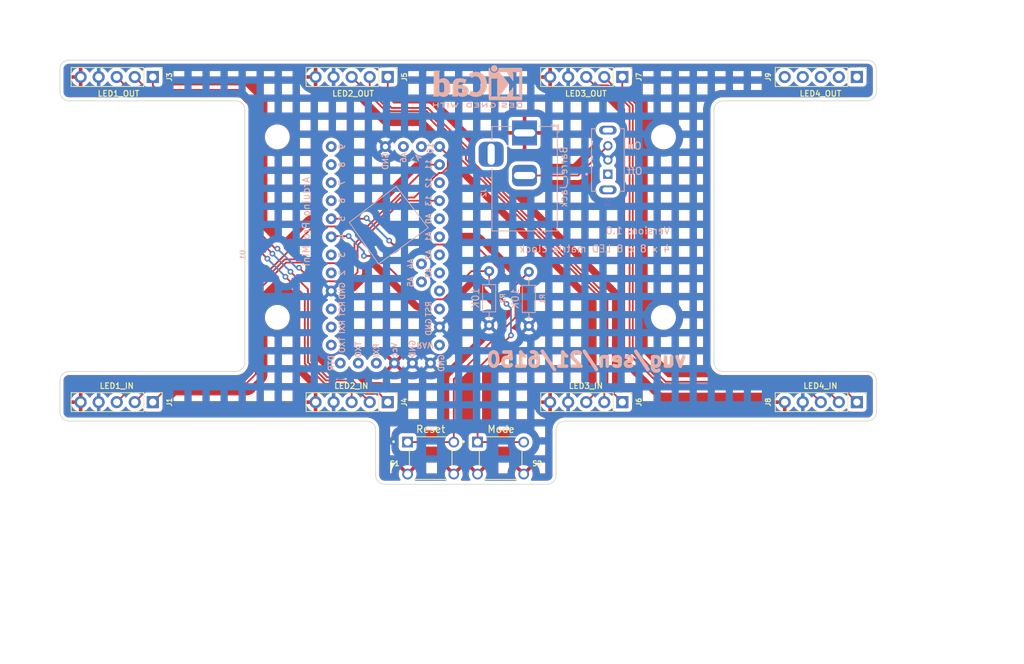
<source format=kicad_pcb>
(kicad_pcb (version 20241229) (generator "pcbnew") (generator_version "9.0")
  (layers (0 "F.Cu" mixed) (2 "B.Cu" mixed) (13 "F.Paste" user) (15 "B.Paste" user) (5 "F.SilkS" user "F.Silkscreen") (7 "B.SilkS" user "B.Silkscreen") (1 "F.Mask" user) (3 "B.Mask" user) (25 "Edge.Cuts" user))
  (property "design_version" "1.0")
  (net 0 "")
  (net 1 "/CS0")
  (net 2 "/DIN0")
  (net 3 "/CLK0")
  (net 4 "GND")
  (net 5 "/Vcc")
  (net 6 "Net-(J2-Pad2)")
  (net 7 "/CS1")
  (net 8 "/DIN1")
  (net 9 "/CLK1")
  (net 10 "/CS2")
  (net 11 "/DIN2")
  (net 12 "/CLK2")
  (net 13 "/CS3")
  (net 14 "/DIN3")
  (net 15 "/CLK3")
  (net 21 "/TIMER_RESET")
  (net 22 "/MODE_SELECT")
  (footprint "1825967-1:SW_1825967-1" (layer "F.Cu") (at 137.608 106.172)
    (property "Reference" "S2" (at 5.14 0.762 0) (layer "F.SilkS") (effects (font (size 0.7 0.7))))
    (property "Value" "1825967-1" (hide yes))
    (pad "1" thru_hole rect (at -3.25 -2.25) (size 1.508 1.508) (drill 1) (layers "*.Cu" "*.Mask") (net 22 "/MODE_SELECT"))
    (pad "2" thru_hole circle (at 3.25 -2.25) (size 1.508 1.508) (drill 1) (layers "*.Cu" "*.Mask") (net 22 "/MODE_SELECT"))
    (pad "3" thru_hole circle (at -3.25 2.25) (size 1.508 1.508) (drill 1) (layers "*.Cu" "*.Mask") (net 5 "/Vcc"))
    (pad "4" thru_hole circle (at 3.25 2.25) (size 1.508 1.508) (drill 1) (layers "*.Cu" "*.Mask") (net 5 "/Vcc"))
  )
  (footprint "MountingHole:MountingHole_2.5mm" (layer "F.Cu") (at 160.528 60.96)
    (property "Reference" "H3" (hide yes))
    (property "Value" "MountingHole" (hide yes))
    (pad "" np_thru_hole circle (at 0 0) (size 2.5 2.5) (drill 2.5) (layers "*.Cu" "*.Mask"))
  )
  (footprint "Connector_PinHeader_2.54mm:PinHeader_1x05_P2.54mm_Vertical" (layer "F.Cu") (at 88.646 98.298 -90)
    (property "Reference" "J1" (at 0 -2.33 90) (layer "F.SilkS") (effects (font (size 0.7 0.7))))
    (property "Value" "LED1_IN" (at -2.286 5.08 0) (layer "F.SilkS") (effects (font (size 0.8 0.8))))
    (pad "1" thru_hole rect (at 0 0 270) (size 1.7 1.7) (drill 1) (layers "*.Cu" "*.Mask") (net 1 "/CS0"))
    (pad "2" thru_hole oval (at 0 2.54 270) (size 1.7 1.7) (drill 1) (layers "*.Cu" "*.Mask") (net 2 "/DIN0"))
    (pad "3" thru_hole oval (at 0 5.08 270) (size 1.7 1.7) (drill 1) (layers "*.Cu" "*.Mask") (net 3 "/CLK0"))
    (pad "4" thru_hole oval (at 0 7.62 270) (size 1.7 1.7) (drill 1) (layers "*.Cu" "*.Mask") (net 4 "GND"))
    (pad "5" thru_hole oval (at 0 10.16 270) (size 1.7 1.7) (drill 1) (layers "*.Cu" "*.Mask") (net 5 "/Vcc"))
  )
  (footprint "Connector_PinHeader_2.54mm:PinHeader_1x05_P2.54mm_Vertical" (layer "F.Cu") (at 121.7168 98.298 -90)
    (property "Reference" "J4" (at 0 -2.33 90) (layer "F.SilkS") (effects (font (size 0.7 0.7))))
    (property "Value" "LED2_IN" (at -2.286 5.1308 0) (layer "F.SilkS") (effects (font (size 0.8 0.8))))
    (pad "1" thru_hole rect (at 0 0 270) (size 1.7 1.7) (drill 1) (layers "*.Cu" "*.Mask") (net 7 "/CS1"))
    (pad "2" thru_hole oval (at 0 2.54 270) (size 1.7 1.7) (drill 1) (layers "*.Cu" "*.Mask") (net 8 "/DIN1"))
    (pad "3" thru_hole oval (at 0 5.08 270) (size 1.7 1.7) (drill 1) (layers "*.Cu" "*.Mask") (net 9 "/CLK1"))
    (pad "4" thru_hole oval (at 0 7.62 270) (size 1.7 1.7) (drill 1) (layers "*.Cu" "*.Mask") (net 4 "GND"))
    (pad "5" thru_hole oval (at 0 10.16 270) (size 1.7 1.7) (drill 1) (layers "*.Cu" "*.Mask") (net 5 "/Vcc"))
  )
  (footprint "Connector_PinHeader_2.54mm:PinHeader_1x05_P2.54mm_Vertical" (layer "F.Cu") (at 187.7568 98.298 -90)
    (property "Reference" "J8" (at 0 12.4968 90) (layer "F.SilkS") (effects (font (size 0.7 0.7))))
    (property "Value" "LED4_IN" (at -2.286 5.1308 0) (layer "F.SilkS") (effects (font (size 0.8 0.8))))
    (pad "1" thru_hole rect (at 0 0 270) (size 1.7 1.7) (drill 1) (layers "*.Cu" "*.Mask") (net 13 "/CS3"))
    (pad "2" thru_hole oval (at 0 2.54 270) (size 1.7 1.7) (drill 1) (layers "*.Cu" "*.Mask") (net 14 "/DIN3"))
    (pad "3" thru_hole oval (at 0 5.08 270) (size 1.7 1.7) (drill 1) (layers "*.Cu" "*.Mask") (net 15 "/CLK3"))
    (pad "4" thru_hole oval (at 0 7.62 270) (size 1.7 1.7) (drill 1) (layers "*.Cu" "*.Mask") (net 4 "GND"))
    (pad "5" thru_hole oval (at 0 10.16 270) (size 1.7 1.7) (drill 1) (layers "*.Cu" "*.Mask") (net 5 "/Vcc"))
  )
  (footprint "MountingHole:MountingHole_2.5mm" (layer "F.Cu") (at 106.172 86.36)
    (property "Reference" "H4" (hide yes))
    (property "Value" "MountingHole" (hide yes))
    (pad "" np_thru_hole circle (at 0 0) (size 2.5 2.5) (drill 2.5) (layers "*.Cu" "*.Mask"))
  )
  (footprint "Connector_PinHeader_2.54mm:PinHeader_1x05_P2.54mm_Vertical" (layer "F.Cu") (at 154.7368 98.298 -90)
    (property "Reference" "J6" (at 0 -2.33 90) (layer "F.SilkS") (effects (font (size 0.7 0.7))))
    (property "Value" "LED3_IN" (at -2.286 5.1308 0) (layer "F.SilkS") (effects (font (size 0.8 0.8))))
    (pad "1" thru_hole rect (at 0 0 270) (size 1.7 1.7) (drill 1) (layers "*.Cu" "*.Mask") (net 10 "/CS2"))
    (pad "2" thru_hole oval (at 0 2.54 270) (size 1.7 1.7) (drill 1) (layers "*.Cu" "*.Mask") (net 11 "/DIN2"))
    (pad "3" thru_hole oval (at 0 5.08 270) (size 1.7 1.7) (drill 1) (layers "*.Cu" "*.Mask") (net 12 "/CLK2"))
    (pad "4" thru_hole oval (at 0 7.62 270) (size 1.7 1.7) (drill 1) (layers "*.Cu" "*.Mask") (net 4 "GND"))
    (pad "5" thru_hole oval (at 0 10.16 270) (size 1.7 1.7) (drill 1) (layers "*.Cu" "*.Mask") (net 5 "/Vcc"))
  )
  (footprint "MountingHole:MountingHole_2.5mm" (layer "F.Cu") (at 106.172 60.96)
    (property "Reference" "H1" (hide yes))
    (property "Value" "MountingHole" (hide yes))
    (pad "" np_thru_hole circle (at 0 0) (size 2.5 2.5) (drill 2.5) (layers "*.Cu" "*.Mask"))
  )
  (footprint "Connector_PinHeader_2.54mm:PinHeader_1x05_P2.54mm_Vertical" (layer "F.Cu") (at 88.646 52.5272 -90)
    (property "Reference" "J3" (at 0 -2.33 90) (layer "F.SilkS") (effects (font (size 0.7 0.7))))
    (property "Value" "LED1_OUT" (at 2.3368 4.826 180) (layer "F.SilkS") (effects (font (size 0.8 0.8))))
    (pad "1" thru_hole rect (at 0 0 270) (size 1.7 1.7) (drill 1) (layers "*.Cu" "*.Mask") (net 7 "/CS1"))
    (pad "2" thru_hole oval (at 0 2.54 270) (size 1.7 1.7) (drill 1) (layers "*.Cu" "*.Mask") (net 8 "/DIN1"))
    (pad "3" thru_hole oval (at 0 5.08 270) (size 1.7 1.7) (drill 1) (layers "*.Cu" "*.Mask") (net 9 "/CLK1"))
    (pad "4" thru_hole oval (at 0 7.62 270) (size 1.7 1.7) (drill 1) (layers "*.Cu" "*.Mask") (net 4 "GND"))
    (pad "5" thru_hole oval (at 0 10.16 270) (size 1.7 1.7) (drill 1) (layers "*.Cu" "*.Mask") (net 5 "/Vcc"))
  )
  (footprint "1825967-1:SW_1825967-1" (layer "F.Cu") (at 127.762 106.172)
    (property "Reference" "S1" (at -5.08 0.762 0) (layer "F.SilkS") (effects (font (size 0.7 0.7))))
    (property "Value" "1825967-1" (hide yes))
    (pad "1" thru_hole rect (at -3.25 -2.25) (size 1.508 1.508) (drill 1) (layers "*.Cu" "*.Mask") (net 21 "/TIMER_RESET"))
    (pad "2" thru_hole circle (at 3.25 -2.25) (size 1.508 1.508) (drill 1) (layers "*.Cu" "*.Mask") (net 21 "/TIMER_RESET"))
    (pad "3" thru_hole circle (at -3.25 2.25) (size 1.508 1.508) (drill 1) (layers "*.Cu" "*.Mask") (net 5 "/Vcc"))
    (pad "4" thru_hole circle (at 3.25 2.25) (size 1.508 1.508) (drill 1) (layers "*.Cu" "*.Mask") (net 5 "/Vcc"))
  )
  (footprint "Connector_PinHeader_2.54mm:PinHeader_1x05_P2.54mm_Vertical" (layer "F.Cu") (at 187.7568 52.5272 -90)
    (property "Reference" "J9" (at 0 12.4968 90) (layer "F.SilkS") (effects (font (size 0.7 0.7))))
    (property "Value" "LED4_OUT" (at 2.3368 5.1308 0) (layer "F.SilkS") (effects (font (size 0.8 0.8))))
    (pad "1" thru_hole rect (at 0 0 270) (size 1.7 1.7) (drill 1) (layers "*.Cu" "*.Mask"))
    (pad "2" thru_hole oval (at 0 2.54 270) (size 1.7 1.7) (drill 1) (layers "*.Cu" "*.Mask"))
    (pad "3" thru_hole oval (at 0 5.08 270) (size 1.7 1.7) (drill 1) (layers "*.Cu" "*.Mask"))
    (pad "4" thru_hole oval (at 0 7.62 270) (size 1.7 1.7) (drill 1) (layers "*.Cu" "*.Mask"))
    (pad "5" thru_hole oval (at 0 10.16 270) (size 1.7 1.7) (drill 1) (layers "*.Cu" "*.Mask"))
  )
  (footprint "MountingHole:MountingHole_2.5mm" (layer "F.Cu") (at 160.528 86.36)
    (property "Reference" "H2" (hide yes))
    (property "Value" "MountingHole" (hide yes))
    (pad "" np_thru_hole circle (at 0 0) (size 2.5 2.5) (drill 2.5) (layers "*.Cu" "*.Mask"))
  )
  (footprint "Connector_PinHeader_2.54mm:PinHeader_1x05_P2.54mm_Vertical" (layer "F.Cu") (at 121.7168 52.5272 -90)
    (property "Reference" "J5" (at 0 -2.33 90) (layer "F.SilkS") (effects (font (size 0.7 0.7))))
    (property "Value" "LED2_OUT" (at 2.3368 4.8768 0) (layer "F.SilkS") (effects (font (size 0.8 0.8))))
    (pad "1" thru_hole rect (at 0 0 270) (size 1.7 1.7) (drill 1) (layers "*.Cu" "*.Mask") (net 10 "/CS2"))
    (pad "2" thru_hole oval (at 0 2.54 270) (size 1.7 1.7) (drill 1) (layers "*.Cu" "*.Mask") (net 11 "/DIN2"))
    (pad "3" thru_hole oval (at 0 5.08 270) (size 1.7 1.7) (drill 1) (layers "*.Cu" "*.Mask") (net 12 "/CLK2"))
    (pad "4" thru_hole oval (at 0 7.62 270) (size 1.7 1.7) (drill 1) (layers "*.Cu" "*.Mask") (net 4 "GND"))
    (pad "5" thru_hole oval (at 0 10.16 270) (size 1.7 1.7) (drill 1) (layers "*.Cu" "*.Mask") (net 5 "/Vcc"))
  )
  (footprint "Connector_PinHeader_2.54mm:PinHeader_1x05_P2.54mm_Vertical" (layer "F.Cu") (at 154.7368 52.5272 -90)
    (property "Reference" "J7" (at 0 -2.33 90) (layer "F.SilkS") (effects (font (size 0.7 0.7))))
    (property "Value" "LED3_OUT" (at 2.3368 5.1308 0) (layer "F.SilkS") (effects (font (size 0.8 0.8))))
    (pad "1" thru_hole rect (at 0 0 270) (size 1.7 1.7) (drill 1) (layers "*.Cu" "*.Mask") (net 13 "/CS3"))
    (pad "2" thru_hole oval (at 0 2.54 270) (size 1.7 1.7) (drill 1) (layers "*.Cu" "*.Mask") (net 14 "/DIN3"))
    (pad "3" thru_hole oval (at 0 5.08 270) (size 1.7 1.7) (drill 1) (layers "*.Cu" "*.Mask") (net 15 "/CLK3"))
    (pad "4" thru_hole oval (at 0 7.62 270) (size 1.7 1.7) (drill 1) (layers "*.Cu" "*.Mask") (net 4 "GND"))
    (pad "5" thru_hole oval (at 0 10.16 270) (size 1.7 1.7) (drill 1) (layers "*.Cu" "*.Mask") (net 5 "/Vcc"))
  )
  (footprint "Symbol:KiCad-Logo2_5mm_SilkScreen" (layer "B.Cu") (at 134.366 53.848 180)
    (property "Reference" "REF**" (hide yes))
    (property "Value" "KiCad-Logo2_5mm_SilkScreen" (hide yes))
  )
  (footprint "SS12D07VG4:SW_SS12D07VG4" (layer "B.Cu") (at 152.7048 64.2112 90)
    (property "Reference" "S3" (at -5.8928 -0.0508 90) (layer "B.SilkS") (effects (font (size 0.7 0.7) (thickness 0.015)) (justify mirror)))
    (property "Value" "SS12D07VG4")
    (pad "1" thru_hole rect (at -2 0 90) (size 1.308 1.308) (drill 0.8) (layers "*.Cu" "*.Mask"))
    (pad "2" thru_hole circle (at 0 0 90) (size 1.308 1.308) (drill 0.8) (layers "*.Cu" "*.Mask") (net 4 "GND"))
    (pad "3" thru_hole circle (at 2 0 90) (size 1.308 1.308) (drill 0.8) (layers "*.Cu" "*.Mask") (net 6 "Net-(J2-Pad2)"))
    (pad "S1" thru_hole oval (at -4.2 0 90) (size 1.23 2.46) (drill oval 0.7 1.5) (layers "*.Cu" "*.Mask"))
    (pad "S2" thru_hole oval (at 4.2 0 90) (size 1.23 2.46) (drill oval 0.7 1.5) (layers "*.Cu" "*.Mask"))
  )
  (footprint "Connector_BarrelJack:BarrelJack_Horizontal" (layer "B.Cu") (at 140.9777 60.3956 90)
    (property "Reference" "J2" (at -8.45 -5.75 90) (layer "B.SilkS") (effects (font (size 0.7 0.7)) (justify mirror)))
    (property "Value" "Barrel_Jack" (at -6.2 5.5 90) (layer "B.SilkS") (effects (justify mirror)))
    (pad "1" thru_hole rect (at 0 0 90) (size 3.5 3.5) (drill oval 1 3) (layers "*.Cu" "*.Mask") (net 5 "/Vcc"))
    (pad "2" thru_hole roundrect (at -6 0 90) (size 3 3.5) (drill oval 1 3) (layers "*.Cu" "*.Mask") (net 6 "Net-(J2-Pad2)"))
    (pad "3" thru_hole roundrect (at -3 -4.7 90) (size 3.5 3.5) (drill oval 3 1) (layers "*.Cu" "*.Mask"))
  )
  (footprint "DesktopLibrary:ArduinoProMiniCustom" (layer "B.Cu") (at 111.22 57.245 -90)
    (property "Reference" "U1" (at 20.32 9.906 90) (layer "B.SilkS") (effects (font (size 0.7 0.7)) (justify mirror)))
    (property "Value" "ArduinoProMiniSimple" (hide yes))
    (fp_text user "8" (at 7.62 -4.064 90) (layer "B.SilkS") (effects (font (size 0.8 0.8)) (justify mirror)))
    (fp_text user "2" (at 22.86 -4.064 90) (layer "B.SilkS") (effects (font (size 0.8 0.8)) (justify mirror)))
    (fp_text user "10" (at 5.334 -16.51 90) (layer "B.SilkS") (effects (font (size 0.8 0.8)) (justify mirror)))
    (fp_text user "A2" (at 20.32 -16.256 90) (layer "B.SilkS") (effects (font (size 0.8 0.8)) (justify mirror)))
    (fp_text user "A0" (at 15.24 -16.256 90) (layer "B.SilkS") (effects (font (size 0.8 0.8)) (justify mirror)))
    (fp_text user "Vcc" (at 33.718476 -11.43 90) (layer "B.SilkS") (effects (font (size 0.8 0.8)) (justify mirror)))
    (fp_text user "12" (at 10.16 -16.256 90) (layer "B.SilkS") (effects (font (size 0.8 0.8)) (justify mirror)))
    (fp_text user "A7" (at 6.858 -14.478 45) (layer "B.SilkS") (effects (font (size 0.8 0.8)) (justify mirror)))
    (fp_text user "A6" (at 6.636589 -12.7 90) (layer "B.SilkS") (effects (font (size 0.8 0.8)) (justify mirror)))
    (fp_text user "Arduino Pro Mini" (at 15.653 0.984 90) (layer "B.SilkS") (effects (justify mirror)))
    (fp_text user "RST" (at 27.94 -16.256 90) (layer "B.SilkS") (effects (font (size 0.8 0.8)) (justify mirror)))
    (fp_text user "5" (at 15.24 -4.064 90) (layer "B.SilkS") (effects (font (size 0.8 0.8)) (justify mirror)))
    (fp_text user "TXO" (at 33.642286 -6.35 90) (layer "B.SilkS") (effects (font (size 0.8 0.8)) (justify mirror)))
    (fp_text user "GND" (at 25.4 -4.064 90) (layer "B.SilkS") (effects (font (size 0.8 0.8)) (justify mirror)))
    (fp_text user "GND" (at 35.56 -18.034 90) (layer "B.SilkS") (effects (font (size 0.8 0.8)) (justify mirror)))
    (fp_text user "DTR" (at 35.56 -2.54 90) (layer "B.SilkS") (effects (font (size 0.8 0.8)) (justify mirror)))
    (fp_text user "A1" (at 17.78 -16.256 90) (layer "B.SilkS") (effects (font (size 0.8 0.8)) (justify mirror)))
    (fp_text user "4" (at 17.78 -4.064 90) (layer "B.SilkS") (effects (font (size 0.8 0.8)) (justify mirror)))
    (fp_text user "RAW" (at 33.02 -15.748 180) (layer "B.SilkS") (effects (font (size 0.8 0.8)) (justify mirror)))
    (fp_text user "13" (at 12.7 -16.256 90) (layer "B.SilkS") (effects (font (size 0.8 0.8)) (justify mirror)))
    (fp_text user "7" (at 10.16 -4.064 90) (layer "B.SilkS") (effects (font (size 0.8 0.8)) (justify mirror)))
    (fp_text user "TXO" (at 33.02 -4.064 90) (layer "B.SilkS") (effects (font (size 0.8 0.8)) (justify mirror)))
    (fp_text user "A3" (at 22.86 -16.256 90) (layer "B.SilkS") (effects (font (size 0.8 0.8)) (justify mirror)))
    (fp_text user "GND" (at 7.131827 -10.16 90) (layer "B.SilkS") (effects (font (size 0.8 0.8)) (justify mirror)))
    (fp_text user "9" (at 5.08 -4.064 90) (layer "B.SilkS") (effects (font (size 0.8 0.8)) (justify mirror)))
    (fp_text user "RXI" (at 33.775619 -8.89 90) (layer "B.SilkS") (effects (font (size 0.8 0.8)) (justify mirror)))
    (fp_text user "GND" (at 30.48 -16.256 90) (layer "B.SilkS") (effects (font (size 0.8 0.8)) (justify mirror)))
    (fp_text user "11" (at 7.62 -16.256 90) (layer "B.SilkS") (effects (font (size 0.8 0.8)) (justify mirror)))
    (fp_text user "3" (at 20.32 -4.064 90) (layer "B.SilkS") (effects (font (size 0.8 0.8)) (justify mirror)))
    (fp_text user "RXI" (at 30.48 -4.064 90) (layer "B.SilkS") (effects (font (size 0.8 0.8)) (justify mirror)))
    (fp_text user "RST" (at 27.94 -4.064 90) (layer "B.SilkS") (effects (font (size 0.8 0.8)) (justify mirror)))
    (fp_text user "A5" (at 24.13 -13.716 90) (layer "B.SilkS") (effects (font (size 0.8 0.8)) (justify mirror)))
    (fp_text user "GND" (at 33.528 -13.97 90) (layer "B.SilkS") (effects (font (size 0.8 0.8)) (justify mirror)))
    (fp_text user "6" (at 12.7 -4.064 90) (layer "B.SilkS") (effects (font (size 0.8 0.8)) (justify mirror)))
    (fp_text user "A4" (at 21.59 -13.716 90) (layer "B.SilkS") (effects (font (size 0.8 0.8)) (justify mirror)))
    (pad "0" thru_hole circle (at 33.02 -2.54 270) (size 1.524 1.524) (drill 0.762) (layers "*.Cu" "*.Mask"))
    (pad "1" thru_hole circle (at 30.48 -2.54 270) (size 1.524 1.524) (drill 0.762) (layers "*.Cu" "*.Mask"))
    (pad "2" thru_hole circle (at 27.94 -2.54 270) (size 1.524 1.524) (drill 0.762) (layers "*.Cu" "*.Mask"))
    (pad "3" thru_hole circle (at 25.4 -2.54 270) (size 1.524 1.524) (drill 0.762) (layers "*.Cu" "*.Mask") (net 4 "GND"))
    (pad "4" thru_hole circle (at 22.86 -2.54 270) (size 1.524 1.524) (drill 0.762) (layers "*.Cu" "*.Mask"))
    (pad "5" thru_hole circle (at 20.32 -2.54 270) (size 1.524 1.524) (drill 0.762) (layers "*.Cu" "*.Mask"))
    (pad "6" thru_hole circle (at 17.78 -2.54 270) (size 1.524 1.524) (drill 0.762) (layers "*.Cu" "*.Mask") (net 22 "/MODE_SELECT"))
    (pad "7" thru_hole circle (at 15.24 -2.54 270) (size 1.524 1.524) (drill 0.762) (layers "*.Cu" "*.Mask") (net 21 "/TIMER_RESET"))
    (pad "8" thru_hole circle (at 12.7 -2.54 270) (size 1.524 1.524) (drill 0.762) (layers "*.Cu" "*.Mask"))
    (pad "9" thru_hole circle (at 10.16 -2.54 270) (size 1.524 1.524) (drill 0.762) (layers "*.Cu" "*.Mask"))
    (pad "10" thru_hole circle (at 7.62 -2.54 270) (size 1.524 1.524) (drill 0.762) (layers "*.Cu" "*.Mask"))
    (pad "11" thru_hole circle (at 5.08 -2.54 270) (size 1.524 1.524) (drill 0.762) (layers "*.Cu" "*.Mask"))
    (pad "12" thru_hole circle (at 5.08 -10.16 270) (size 1.524 1.524) (drill 0.762) (layers "*.Cu" "*.Mask") (net 4 "GND"))
    (pad "13" thru_hole circle (at 5.08 -12.7 270) (size 1.524 1.524) (drill 0.762) (layers "*.Cu" "*.Mask"))
    (pad "14" thru_hole circle (at 5.08 -15.24 270) (size 1.524 1.524) (drill 0.762) (layers "*.Cu" "*.Mask"))
    (pad "15" thru_hole circle (at 5.08 -17.78 270) (size 1.524 1.524) (drill 0.762) (layers "*.Cu" "*.Mask") (net 2 "/DIN0"))
    (pad "16" thru_hole circle (at 7.62 -17.78 270) (size 1.524 1.524) (drill 0.762) (layers "*.Cu" "*.Mask") (net 3 "/CLK0"))
    (pad "17" thru_hole circle (at 10.16 -17.78 270) (size 1.524 1.524) (drill 0.762) (layers "*.Cu" "*.Mask"))
    (pad "18" thru_hole circle (at 12.7 -17.78 270) (size 1.524 1.524) (drill 0.762) (layers "*.Cu" "*.Mask") (net 1 "/CS0"))
    (pad "19" thru_hole circle (at 15.24 -17.78 270) (size 1.524 1.524) (drill 0.762) (layers "*.Cu" "*.Mask"))
    (pad "20" thru_hole circle (at 17.78 -17.78 270) (size 1.524 1.524) (drill 0.762) (layers "*.Cu" "*.Mask"))
    (pad "21" thru_hole circle (at 20.32 -17.78 270) (size 1.524 1.524) (drill 0.762) (layers "*.Cu" "*.Mask"))
    (pad "22" thru_hole circle (at 22.86 -17.78 270) (size 1.524 1.524) (drill 0.762) (layers "*.Cu" "*.Mask"))
    (pad "23" thru_hole circle (at 25.4 -17.78 270) (size 1.524 1.524) (drill 0.762) (layers "*.Cu" "*.Mask"))
    (pad "24" thru_hole circle (at 27.94 -17.78 270) (size 1.524 1.524) (drill 0.762) (layers "*.Cu" "*.Mask"))
    (pad "25" thru_hole circle (at 30.48 -17.78 270) (size 1.524 1.524) (drill 0.762) (layers "*.Cu" "*.Mask") (net 4 "GND"))
    (pad "26" thru_hole circle (at 33.02 -17.78 270) (size 1.524 1.524) (drill 0.762) (layers "*.Cu" "*.Mask"))
    (pad "27" thru_hole circle (at 35.56 -16.51 270) (size 1.524 1.524) (drill 0.762) (layers "*.Cu" "*.Mask") (net 4 "GND"))
    (pad "28" thru_hole circle (at 35.56 -13.97 270) (size 1.524 1.524) (drill 0.762) (layers "*.Cu" "*.Mask") (net 4 "GND"))
    (pad "29" thru_hole circle (at 35.56 -11.43 270) (size 1.524 1.524) (drill 0.762) (layers "*.Cu" "*.Mask") (net 5 "/Vcc"))
    (pad "30" thru_hole circle (at 35.56 -8.89 270) (size 1.524 1.524) (drill 0.762) (layers "*.Cu" "*.Mask"))
    (pad "31" thru_hole circle (at 35.56 -6.35 270) (size 1.524 1.524) (drill 0.762) (layers "*.Cu" "*.Mask"))
    (pad "32" thru_hole circle (at 35.56 -3.81 270) (size 1.524 1.524) (drill 0.762) (layers "*.Cu" "*.Mask"))
    (pad "33" thru_hole circle (at 21.59 -15.24 270) (size 1.524 1.524) (drill 0.762) (layers "*.Cu" "*.Mask"))
    (pad "34" thru_hole circle (at 24.13 -15.24 270) (size 1.524 1.524) (drill 0.762) (layers "*.Cu" "*.Mask"))
  )
  (footprint "Resistor_THT:R_Axial_DIN0204_L3.6mm_D1.6mm_P7.62mm_Horizontal" (layer "B.Cu") (at 135.9916 87.4776 90)
    (property "Reference" "R2" (at 3.81 1.92 90) (layer "B.SilkS") (effects (font (size 0.7 0.7)) (justify mirror)))
    (property "Value" "10K" (at 3.81 -1.92 90) (layer "B.SilkS") (effects (justify mirror)))
    (pad "1" thru_hole circle (at 0 0 90) (size 1.4 1.4) (drill 0.7) (layers "*.Cu" "*.Mask") (net 4 "GND"))
    (pad "2" thru_hole oval (at 7.62 0 90) (size 1.4 1.4) (drill 0.7) (layers "*.Cu" "*.Mask") (net 22 "/MODE_SELECT"))
  )
  (footprint "Resistor_THT:R_Axial_DIN0204_L3.6mm_D1.6mm_P7.62mm_Horizontal" (layer "B.Cu") (at 141.5796 87.5792 90)
    (property "Reference" "R1" (at 3.81 1.92 90) (layer "B.SilkS") (effects (font (size 0.7 0.7)) (justify mirror)))
    (property "Value" "10K" (at 3.81 -1.92 90) (layer "B.SilkS") (effects (justify mirror)))
    (pad "1" thru_hole circle (at 0 0 90) (size 1.4 1.4) (drill 0.7) (layers "*.Cu" "*.Mask") (net 4 "GND"))
    (pad "2" thru_hole oval (at 7.62 0 90) (size 1.4 1.4) (drill 0.7) (layers "*.Cu" "*.Mask") (net 21 "/TIMER_RESET"))
  )
  (gr_arc (start 190.5 99.695) (mid 190.128026 100.593026) (end 189.23 100.965) (stroke (width 0.1)) (layer "Edge.Cuts"))
  (gr_line (start 145.415 108.585) (end 145.415 102.235) (stroke (width 0.1)) (layer "Edge.Cuts"))
  (gr_arc (start 168.91 93.98) (mid 168.011974 93.608026) (end 167.64 92.71) (stroke (width 0.1)) (layer "Edge.Cuts"))
  (gr_line (start 168.91 55.88) (end 189.23 55.88) (stroke (width 0.1)) (layer "Edge.Cuts"))
  (gr_arc (start 101.6 92.71) (mid 101.228026 93.608026) (end 100.33 93.98) (stroke (width 0.1)) (layer "Edge.Cuts"))
  (gr_line (start 189.23 93.98) (end 168.91 93.98) (stroke (width 0.1)) (layer "Edge.Cuts"))
  (gr_arc (start 145.415 108.585) (mid 145.043026 109.483026) (end 144.145 109.855) (stroke (width 0.1)) (layer "Edge.Cuts"))
  (gr_arc (start 121.285 109.855) (mid 120.386974 109.483026) (end 120.015 108.585) (stroke (width 0.1)) (layer "Edge.Cuts"))
  (gr_line (start 100.33 93.98) (end 76.835 93.98) (stroke (width 0.1)) (layer "Edge.Cuts"))
  (gr_line (start 121.285 109.855) (end 140.97 109.855) (stroke (width 0.1)) (layer "Edge.Cuts"))
  (gr_arc (start 189.23 50.165) (mid 190.128026 50.536974) (end 190.5 51.435) (stroke (width 0.1)) (layer "Edge.Cuts"))
  (gr_arc (start 118.745 100.965) (mid 119.643026 101.336974) (end 120.015 102.235) (stroke (width 0.1)) (layer "Edge.Cuts"))
  (gr_arc (start 189.23 93.98) (mid 190.128026 94.351974) (end 190.5 95.25) (stroke (width 0.1)) (layer "Edge.Cuts"))
  (gr_arc (start 76.835 100.965) (mid 75.936974 100.593026) (end 75.565 99.695) (stroke (width 0.1)) (layer "Edge.Cuts"))
  (gr_line (start 140.97 109.855) (end 144.145 109.855) (stroke (width 0.1)) (layer "Edge.Cuts"))
  (gr_line (start 190.5 99.695) (end 190.5 95.25) (stroke (width 0.1)) (layer "Edge.Cuts"))
  (gr_arc (start 190.5 54.61) (mid 190.128026 55.508026) (end 189.23 55.88) (stroke (width 0.1)) (layer "Edge.Cuts"))
  (gr_line (start 190.5 54.61) (end 190.5 51.435) (stroke (width 0.1)) (layer "Edge.Cuts"))
  (gr_line (start 75.565 95.25) (end 75.565 99.695) (stroke (width 0.1)) (layer "Edge.Cuts"))
  (gr_line (start 76.835 100.965) (end 118.745 100.965) (stroke (width 0.1)) (layer "Edge.Cuts"))
  (gr_arc (start 100.33 55.88) (mid 101.228026 56.251974) (end 101.6 57.15) (stroke (width 0.1)) (layer "Edge.Cuts"))
  (gr_line (start 146.685 100.965) (end 189.23 100.965) (stroke (width 0.1)) (layer "Edge.Cuts"))
  (gr_arc (start 75.565 51.435) (mid 75.936974 50.536974) (end 76.835 50.165) (stroke (width 0.1)) (layer "Edge.Cuts"))
  (gr_line (start 167.64 92.71) (end 167.64 57.15) (stroke (width 0.1)) (layer "Edge.Cuts"))
  (gr_line (start 76.835 55.88) (end 100.33 55.88) (stroke (width 0.1)) (layer "Edge.Cuts"))
  (gr_arc (start 167.64 57.15) (mid 168.011974 56.251974) (end 168.91 55.88) (stroke (width 0.1)) (layer "Edge.Cuts"))
  (gr_arc (start 76.835 55.88) (mid 75.936974 55.508026) (end 75.565 54.61) (stroke (width 0.1)) (layer "Edge.Cuts"))
  (gr_line (start 75.565 51.435) (end 75.565 54.61) (stroke (width 0.1)) (layer "Edge.Cuts"))
  (gr_line (start 101.6 57.15) (end 101.6 92.71) (stroke (width 0.1)) (layer "Edge.Cuts"))
  (gr_line (start 120.015 102.235) (end 120.015 108.585) (stroke (width 0.1)) (layer "Edge.Cuts"))
  (gr_arc (start 145.415 102.235) (mid 145.786974 101.336974) (end 146.685 100.965) (stroke (width 0.1)) (layer "Edge.Cuts"))
  (gr_line (start 189.23 50.165) (end 76.835 50.165) (stroke (width 0.1)) (layer "Edge.Cuts"))
  (gr_arc (start 75.565 95.25) (mid 75.936974 94.351974) (end 76.835 93.98) (stroke (width 0.1)) (layer "Edge.Cuts"))
  (gr_text "Reset" (at 127.762 102.108 0) (layer "F.SilkS") (effects (font (size 1 1))))
  (gr_text "Mode" (at 137.668 102.108 0) (layer "F.SilkS") (effects (font (size 1 1))))
  (gr_text "vug/sen/21/6150" (at 164 93.5 0) (layer "B.SilkS") (effects (font (size 2 2) (thickness 0.5) (bold yes)) (justify left bottom mirror)))
  (gr_text "Version: ${design_version}" (at 161.544 74.168 0) (layer "B.SilkS") (effects (font (size 1 1)) (justify left mirror)))
  (gr_text "Off" (at 156.464 65.786 0) (layer "B.SilkS") (effects (font (size 1 1)) (justify mirror)))
  (gr_text "4 x 8 x 8 LED matrix clock" (at 161.544 76.708 0) (layer "B.SilkS") (effects (font (size 1 1)) (justify left mirror)))
  (gr_text "On" (at 156.464 62.23 0) (layer "B.SilkS") (effects (font (size 1 1)) (justify mirror)))
  (segment (start 117.475718 76.200718) (end 123.731436 69.945) (width 0.25) (layer "F.Cu") (net 1))
  (segment (start 91.24448 95.69952) (end 101.786915 95.69952) (width 0.25) (layer "F.Cu") (net 1))
  (segment (start 103.13404 82.922396) (end 107.404925 78.651511) (width 0.25) (layer "F.Cu") (net 1))
  (segment (start 107.404925 78.651511) (end 110.401511 78.651511) (width 0.25) (layer "F.Cu") (net 1))
  (segment (start 110.401511 78.651511) (end 113.03 81.28) (width 0.25) (layer "F.Cu") (net 1))
  (segment (start 113.03 81.28) (end 116.205 81.28) (width 0.25) (layer "F.Cu") (net 1))
  (segment (start 103.13404 94.352394) (end 103.13404 82.922396) (width 0.25) (layer "F.Cu") (net 1))
  (segment (start 101.786915 95.69952) (end 103.13404 94.352394) (width 0.25) (layer "F.Cu") (net 1))
  (segment (start 88.646 98.298) (end 91.24448 95.69952) (width 0.25) (layer "F.Cu") (net 1))
  (segment (start 117.475718 80.009282) (end 117.475718 76.200718) (width 0.25) (layer "F.Cu") (net 1))
  (segment (start 116.205 81.28) (end 117.475718 80.009282) (width 0.25) (layer "F.Cu") (net 1))
  (segment (start 123.731436 69.945) (end 129 69.945) (width 0.25) (layer "F.Cu") (net 1))
  (segment (start 86.106 98.298) (end 89.154 95.25) (width 0.25) (layer "F.Cu") (net 2))
  (segment (start 101.600717 95.25) (end 102.68452 94.166197) (width 0.25) (layer "F.Cu") (net 2))
  (segment (start 102.68452 94.166197) (end 102.68452 82.736198) (width 0.25) (layer "F.Cu") (net 2))
  (segment (start 89.154 95.25) (end 101.600717 95.25) (width 0.25) (layer "F.Cu") (net 2))
  (segment (start 128.626511 66.318489) (end 128.905 66.04) (width 0.25) (layer "F.Cu") (net 2))
  (segment (start 128.905 66.04) (end 129.36156 66.04) (width 0.25) (layer "F.Cu") (net 2))
  (segment (start 107.218727 78.201991) (end 110.587709 78.201991) (width 0.25) (layer "F.Cu") (net 2))
  (segment (start 110.587709 78.201991) (end 111.125718 78.74) (width 0.25) (layer "F.Cu") (net 2))
  (segment (start 127.913489 67.031511) (end 127.913489 66.954951) (width 0.25) (layer "F.Cu") (net 2))
  (segment (start 128.549951 66.318489) (end 128.626511 66.318489) (width 0.25) (layer "F.Cu") (net 2))
  (segment (start 129.36156 66.04) (end 130.175 65.22656) (width 0.25) (layer "F.Cu") (net 2))
  (segment (start 116.205 78.74) (end 117.026198 77.918802) (width 0.25) (layer "F.Cu") (net 2))
  (segment (start 102.68452 82.736198) (end 107.218727 78.201991) (width 0.25) (layer "F.Cu") (net 2))
  (segment (start 127.913489 66.954951) (end 128.549951 66.318489) (width 0.25) (layer "F.Cu") (net 2))
  (segment (start 117.026198 76.014521) (end 123.545239 69.49548) (width 0.25) (layer "F.Cu") (net 2))
  (segment (start 125.44952 69.49548) (end 127.913489 67.031511) (width 0.25) (layer "F.Cu") (net 2))
  (segment (start 111.125718 78.74) (end 116.205 78.74) (width 0.25) (layer "F.Cu") (net 2))
  (segment (start 117.026198 77.918802) (end 117.026198 76.014521) (width 0.25) (layer "F.Cu") (net 2))
  (segment (start 130.175 63.5) (end 129 62.325) (width 0.25) (layer "F.Cu") (net 2))
  (segment (start 123.545239 69.49548) (end 125.44952 69.49548) (width 0.25) (layer "F.Cu") (net 2))
  (segment (start 130.175 65.22656) (end 130.175 63.5) (width 0.25) (layer "F.Cu") (net 2))
  (segment (start 102.235 93.98) (end 102.235 82.55) (width 0.25) (layer "F.Cu") (net 3))
  (segment (start 87.06352 94.80048) (end 101.41452 94.80048) (width 0.25) (layer "F.Cu") (net 3))
  (segment (start 83.566 98.298) (end 87.06352 94.80048) (width 0.25) (layer "F.Cu") (net 3))
  (segment (start 111.213489 73.571511) (end 118.833489 73.571511) (width 0.25) (layer "F.Cu") (net 3))
  (segment (start 101.41452 94.80048) (end 102.235 93.98) (width 0.25) (layer "F.Cu") (net 3))
  (segment (start 118.833489 73.571511) (end 127.54 64.865) (width 0.25) (layer "F.Cu") (net 3))
  (segment (start 102.235 82.55) (end 111.213489 73.571511) (width 0.25) (layer "F.Cu") (net 3))
  (segment (start 127.54 64.865) (end 129 64.865) (width 0.25) (layer "F.Cu") (net 3))
  (segment (start 152.7048 62.2112) (end 148.5204 66.3956) (width 0.25) (layer "F.Cu") (net 6))
  (segment (start 148.5204 66.3956) (end 140.9777 66.3956) (width 0.25) (layer "F.Cu") (net 6))
  (segment (start 101.337395 54.34596) (end 103.13404 56.142605) (width 0.25) (layer "F.Cu") (net 7))
  (segment (start 118.638007 97.123489) (end 120.542289 97.123489) (width 0.25) (layer "F.Cu") (net 7))
  (segment (start 113.216557 94.800121) (end 116.314639 94.800121) (width 0.25) (layer "F.Cu") (net 7))
  (segment (start 88.646 52.5272) (end 88.646 53.721) (width 0.25) (layer "F.Cu") (net 7))
  (segment (start 120.542289 97.123489) (end 121.7168 98.298) (width 0.25) (layer "F.Cu") (net 7))
  (segment (start 109.22 79.376011) (end 110.93952 81.095531) (width 0.25) (layer "F.Cu") (net 7))
  (segment (start 103.13404 57.15) (end 103.13404 68.58) (width 0.25) (layer "F.Cu") (net 7))
  (segment (start 103.13404 68.58) (end 103.13404 73.92404) (width 0.25) (layer "F.Cu") (net 7))
  (segment (start 103.13404 73.92404) (end 103.505 74.295) (width 0.25) (layer "F.Cu") (net 7))
  (segment (start 116.314639 94.800121) (end 118.638007 97.123489) (width 0.25) (layer "F.Cu") (net 7))
  (segment (start 89.535 54.34596) (end 101.337395 54.34596) (width 0.25) (layer "F.Cu") (net 7))
  (segment (start 105.90149 76.69149) (end 106.18851 76.69149) (width 0.25) (layer "F.Cu") (net 7))
  (segment (start 103.505 74.295) (end 105.90149 76.69149) (width 0.25) (layer "F.Cu") (net 7))
  (segment (start 110.93952 81.095531) (end 110.93952 92.523084) (width 0.25) (layer "F.Cu") (net 7))
  (segment (start 89.27096 54.34596) (end 89.535 54.34596) (width 0.25) (layer "F.Cu") (net 7))
  (segment (start 103.13404 56.142605) (end 103.13404 57.15) (width 0.25) (layer "F.Cu") (net 7))
  (segment (start 88.646 53.721) (end 89.27096 54.34596) (width 0.25) (layer "F.Cu") (net 7))
  (segment (start 110.93952 92.523084) (end 113.216557 94.800121) (width 0.25) (layer "F.Cu") (net 7))
  (via (at 109.22 79.376011) (size 0.8) (drill 0.4) (layers "F.Cu" "B.Cu") (net 7))
  (via (at 106.18851 76.69149) (size 0.8) (drill 0.4) (layers "F.Cu" "B.Cu") (net 7))
  (segment (start 108.873031 79.376011) (end 109.22 79.376011) (width 0.25) (layer "B.Cu") (net 7))
  (segment (start 106.18851 76.69149) (end 108.873031 79.376011) (width 0.25) (layer "B.Cu") (net 7))
  (segment (start 86.106 52.5272) (end 88.37428 54.79548) (width 0.25) (layer "F.Cu") (net 8))
  (segment (start 88.37428 54.79548) (end 101.151197 54.79548) (width 0.25) (layer "F.Cu") (net 8))
  (segment (start 101.151197 54.79548) (end 102.68452 56.328803) (width 0.25) (layer "F.Cu") (net 8))
  (segment (start 108.021755 79.938245) (end 110.49 82.40649) (width 0.25) (layer "F.Cu") (net 8))
  (segment (start 113.030359 95.249641) (end 116.128441 95.249641) (width 0.25) (layer "F.Cu") (net 8))
  (segment (start 102.68452 56.328803) (end 102.68452 74.60101) (width 0.25) (layer "F.Cu") (net 8))
  (segment (start 110.49 92.709282) (end 113.030359 95.249641) (width 0.25) (layer "F.Cu") (net 8))
  (segment (start 110.49 82.40649) (end 110.49 92.709282) (width 0.25) (layer "F.Cu") (net 8))
  (segment (start 116.128441 95.249641) (end 119.1768 98.298) (width 0.25) (layer "F.Cu") (net 8))
  (segment (start 102.68452 74.60101) (end 105.481755 77.398245) (width 0.25) (layer "F.Cu") (net 8))
  (via (at 105.481755 77.398245) (size 0.8) (drill 0.4) (layers "F.Cu" "B.Cu") (net 8))
  (via (at 108.021755 79.938245) (size 0.8) (drill 0.4) (layers "F.Cu" "B.Cu") (net 8))
  (segment (start 105.481755 77.398245) (end 108.021755 79.938245) (width 0.25) (layer "B.Cu") (net 8))
  (segment (start 115.942243 95.699161) (end 116.6368 96.393718) (width 0.25) (layer "F.Cu") (net 9))
  (segment (start 102.235 75.565) (end 104.775 78.105) (width 0.25) (layer "F.Cu") (net 9))
  (segment (start 107.315 80.645) (end 110.04048 83.37048) (width 0.25) (layer "F.Cu") (net 9))
  (segment (start 102.235 72.39) (end 102.235 75.565) (width 0.25) (layer "F.Cu") (net 9))
  (segment (start 84.455 53.4162) (end 84.455 54.61) (width 0.25) (layer "F.Cu") (net 9))
  (segment (start 84.455 54.61) (end 85.09 55.245) (width 0.25) (layer "F.Cu") (net 9))
  (segment (start 112.844162 95.699161) (end 115.942243 95.699161) (width 0.25) (layer "F.Cu") (net 9))
  (segment (start 95.885 55.245) (end 100.965 55.245) (width 0.25) (layer "F.Cu") (net 9))
  (segment (start 85.09 55.245) (end 95.885 55.245) (width 0.25) (layer "F.Cu") (net 9))
  (segment (start 100.965 55.245) (end 101.6 55.88) (width 0.25) (layer "F.Cu") (net 9))
  (segment (start 116.6368 96.393718) (end 116.6368 98.298) (width 0.25) (layer "F.Cu") (net 9))
  (segment (start 110.04048 92.89548) (end 112.844162 95.699161) (width 0.25) (layer "F.Cu") (net 9))
  (segment (start 110.04048 83.37048) (end 110.04048 92.89548) (width 0.25) (layer "F.Cu") (net 9))
  (segment (start 101.6 55.88) (end 102.235 56.515) (width 0.25) (layer "F.Cu") (net 9))
  (segment (start 102.235 56.515) (end 102.235 72.39) (width 0.25) (layer "F.Cu") (net 9))
  (segment (start 83.566 52.5272) (end 84.455 53.4162) (width 0.25) (layer "F.Cu") (net 9))
  (via (at 104.775 78.105) (size 0.8) (drill 0.4) (layers "F.Cu" "B.Cu") (net 9))
  (via (at 107.315 80.645) (size 0.8) (drill 0.4) (layers "F.Cu" "B.Cu") (net 9))
  (segment (start 104.775 78.105) (end 107.315 80.645) (width 0.25) (layer "B.Cu") (net 9))
  (segment (start 133.35 62.863564) (end 133.35 64.133566) (width 0.25) (layer "F.Cu") (net 10))
  (segment (start 127.372396 56.88596) (end 133.35 62.863564) (width 0.25) (layer "F.Cu") (net 10))
  (segment (start 152.64632 83.429886) (end 152.64632 96.20752) (width 0.25) (layer "F.Cu") (net 10))
  (segment (start 121.7168 52.5272) (end 121.7168 56.335764) (width 0.25) (layer "F.Cu") (net 10))
  (segment (start 122.266996 56.88596) (end 127.372396 56.88596) (width 0.25) (layer "F.Cu") (net 10))
  (segment (start 133.35 64.133566) (end 152.64632 83.429886) (width 0.25) (layer "F.Cu") (net 10))
  (segment (start 121.7168 56.335764) (end 122.266996 56.88596) (width 0.25) (layer "F.Cu") (net 10))
  (segment (start 152.64632 96.20752) (end 154.7368 98.298) (width 0.25) (layer "F.Cu") (net 10))
  (segment (start 119.1768 52.5272) (end 119.1768 54.431482) (width 0.25) (layer "F.Cu") (net 11))
  (segment (start 119.1768 54.431482) (end 122.080798 57.33548) (width 0.25) (layer "F.Cu") (net 11))
  (segment (start 132.715 64.134283) (end 152.1968 83.616083) (width 0.25) (layer "F.Cu") (net 11))
  (segment (start 152.1968 83.616083) (end 152.1968 98.298) (width 0.25) (layer "F.Cu") (net 11))
  (segment (start 122.080798 57.33548) (end 127.186198 57.33548) (width 0.25) (layer "F.Cu") (net 11))
  (segment (start 127.186198 57.33548) (end 132.715 62.864282) (width 0.25) (layer "F.Cu") (net 11))
  (segment (start 132.715 62.864282) (end 132.715 64.134283) (width 0.25) (layer "F.Cu") (net 11))
  (segment (start 151.74728 96.20752) (end 149.6568 98.298) (width 0.25) (layer "F.Cu") (net 12))
  (segment (start 127 57.785) (end 132.08 62.865) (width 0.25) (layer "F.Cu") (net 12))
  (segment (start 121.8946 57.785) (end 127 57.785) (width 0.25) (layer "F.Cu") (net 12))
  (segment (start 132.08 62.865) (end 132.08 64.135) (width 0.25) (layer "F.Cu") (net 12))
  (segment (start 116.6368 52.5272) (end 121.8946 57.785) (width 0.25) (layer "F.Cu") (net 12))
  (segment (start 132.08 64.135) (end 151.74728 83.80228) (width 0.25) (layer "F.Cu") (net 12))
  (segment (start 151.74728 83.80228) (end 151.74728 96.20752) (width 0.25) (layer "F.Cu") (net 12))
  (segment (start 154.7368 52.5272) (end 154.7368 54.4068) (width 0.25) (layer "F.Cu") (net 13))
  (segment (start 156.65952 91.253084) (end 160.841557 95.435121) (width 0.25) (layer "F.Cu") (net 13))
  (segment (start 154.7368 54.4068) (end 156.65952 56.32952) (width 0.25) (layer "F.Cu") (net 13))
  (segment (start 160.841557 95.435121) (end 184.893921 95.435121) (width 0.25) (layer "F.Cu") (net 13))
  (segment (start 184.893921 95.435121) (end 187.7568 98.298) (width 0.25) (layer "F.Cu") (net 13))
  (segment (start 156.65952 56.32952) (end 156.65952 91.253084) (width 0.25) (layer "F.Cu") (net 13))
  (segment (start 181.61 96.52) (end 183.4388 96.52) (width 0.25) (layer "F.Cu") (net 14))
  (segment (start 160.655359 95.884641) (end 180.975358 95.884641) (width 0.25) (layer "F.Cu") (net 14))
  (segment (start 180.975358 95.884641) (end 181.61 96.519283) (width 0.25) (layer "F.Cu") (net 14))
  (segment (start 156.21 56.5404) (end 156.21 91.439282) (width 0.25) (layer "F.Cu") (net 14))
  (segment (start 152.1968 52.5272) (end 156.21 56.5404) (width 0.25) (layer "F.Cu") (net 14))
  (segment (start 181.61 96.519283) (end 181.61 96.52) (width 0.25) (layer "F.Cu") (net 14))
  (segment (start 156.21 91.439282) (end 160.655359 95.884641) (width 0.25) (layer "F.Cu") (net 14))
  (segment (start 183.4388 96.52) (end 185.2168 98.298) (width 0.25) (layer "F.Cu") (net 14))
  (segment (start 155.76048 91.62548) (end 160.469162 96.334161) (width 0.25) (layer "F.Cu") (net 15))
  (segment (start 150.831311 53.701711) (end 152.735593 53.701711) (width 0.25) (layer "F.Cu") (net 15))
  (segment (start 155.76048 56.726598) (end 155.76048 91.62548) (width 0.25) (layer "F.Cu") (net 15))
  (segment (start 180.712961 96.334161) (end 182.6768 98.298) (width 0.25) (layer "F.Cu") (net 15))
  (segment (start 160.469162 96.334161) (end 180.712961 96.334161) (width 0.25) (layer "F.Cu") (net 15))
  (segment (start 152.735593 53.701711) (end 155.76048 56.726598) (width 0.25) (layer "F.Cu") (net 15))
  (segment (start 149.6568 52.5272) (end 150.831311 53.701711) (width 0.25) (layer "F.Cu") (net 15))
  (segment (start 139.7 81.8388) (end 133.972711 76.111511) (width 0.25) (layer "F.Cu") (net 21))
  (segment (start 118.65 72.485) (end 113.76 72.485) (width 0.25) (layer "F.Cu") (net 21))
  (segment (start 133.972711 76.111511) (end 122.466511 76.111511) (width 0.25) (layer "F.Cu") (net 21))
  (segment (start 139.7 86.36) (end 139.7 81.8388) (width 0.25) (layer "F.Cu") (net 21))
  (segment (start 131.012 103.922) (end 131.012 95.048) (width 0.25) (layer "F.Cu") (net 21))
  (segment (start 139.7 81.8388) (end 141.5796 79.9592) (width 0.25) (layer "F.Cu") (net 21))
  (segment (start 118.745 72.39) (end 118.65 72.485) (width 0.25) (layer "F.Cu") (net 21))
  (segment (start 131.012 103.922) (end 124.512 103.922) (width 0.25) (layer "F.Cu") (net 21))
  (segment (start 122.466511 76.111511) (end 121.92 75.565) (width 0.25) (layer "F.Cu") (net 21))
  (segment (start 131.012 95.048) (end 139.7 86.36) (width 0.25) (layer "F.Cu") (net 21))
  (via (at 118.745 72.39) (size 0.8) (drill 0.4) (layers "F.Cu" "B.Cu") (net 21))
  (via (at 121.92 75.565) (size 0.8) (drill 0.4) (layers "F.Cu" "B.Cu") (net 21))
  (segment (start 121.92 75.565) (end 118.745 72.39) (width 0.25) (layer "B.Cu") (net 21))
  (segment (start 134.358 103.922) (end 134.358 93.607) (width 0.25) (layer "F.Cu") (net 22))
  (segment (start 129.54 83.82) (end 133.5024 79.8576) (width 0.25) (layer "F.Cu") (net 22))
  (segment (start 138.43 84.455) (end 135.9916 82.0166) (width 0.25) (layer "F.Cu") (net 22))
  (segment (start 135.9916 82.0166) (end 135.9916 79.8576) (width 0.25) (layer "F.Cu") (net 22))
  (segment (start 120.269 77.724) (end 126.365 83.82) (width 0.25) (layer "F.Cu") (net 22))
  (segment (start 118.364 77.724) (end 120.269 77.724) (width 0.25) (layer "F.Cu") (net 22))
  (segment (start 134.358 103.922) (end 140.858 103.922) (width 0.25) (layer "F.Cu") (net 22))
  (segment (start 116.205 74.93) (end 113.855 74.93) (width 0.25) (layer "F.Cu") (net 22))
  (segment (start 113.855 74.93) (end 113.76 75.025) (width 0.25) (layer "F.Cu") (net 22))
  (segment (start 126.365 83.82) (end 129.54 83.82) (width 0.25) (layer "F.Cu") (net 22))
  (segment (start 134.358 93.607) (end 139.065 88.9) (width 0.25) (layer "F.Cu") (net 22))
  (segment (start 133.5024 79.8576) (end 135.9916 79.8576) (width 0.25) (layer "F.Cu") (net 22))
  (via (at 116.205 74.93) (size 0.8) (drill 0.4) (layers "F.Cu" "B.Cu") (net 22))
  (via (at 139.065 88.9) (size 0.8) (drill 0.4) (layers "F.Cu" "B.Cu") (net 22))
  (via (at 118.364 77.724) (size 0.8) (drill 0.4) (layers "F.Cu" "B.Cu") (net 22))
  (via (at 138.43 84.455) (size 0.8) (drill 0.4) (layers "F.Cu" "B.Cu") (net 22))
  (segment (start 118.364 77.724) (end 118.364 77.089) (width 0.25) (layer "B.Cu") (net 22))
  (segment (start 139.065 85.09) (end 138.43 84.455) (width 0.25) (layer "B.Cu") (net 22))
  (segment (start 118.364 77.089) (end 116.205 74.93) (width 0.25) (layer "B.Cu") (net 22))
  (segment (start 139.065 88.9) (end 139.065 85.09) (width 0.25) (layer "B.Cu") (net 22))
  (zone (net 5) (net_name "/Vcc") (layer "F.Cu") (connect_pads (clearance 0.508)) (min_thickness 0.254) (fill yes (mode hatch) (thermal_gap 0.508) (thermal_bridge_width 0.508) (hatch_thickness 1.016) (hatch_gap 1.524) (hatch_orientation 0) (hatch_border_algorithm hatch_thickness) (hatch_min_hole_area 0.3))
    (polygon (pts (xy 190.246 51.054) (xy 190.246 54.864) (xy 189.23 55.626) (xy 168.402 55.626) (xy 167.386 56.642) (xy 167.386 93.472) (xy 168.148 94.234) (xy 189.738 94.234) (xy 190.246 94.996) (xy 190.246 100.076) (xy 189.484 100.838) (xy 146.304 100.838) (xy 145.288 101.6) (xy 145.288 108.966) (xy 144.272 109.728) (xy 121.158 109.728) (xy 120.142 108.712) (xy 120.142 101.854) (xy 119.38 100.838) (xy 76.708 100.838) (xy 75.692 99.822) (xy 75.692 94.996) (xy 76.962 94.234) (xy 101.092 94.234) (xy 101.854 93.472) (xy 101.854 57.15) (xy 101.6 56.388) (xy 100.584 55.626) (xy 76.708 55.626) (xy 75.692 54.864) (xy 75.692 51.054) (xy 76.454 50.292) (xy 189.484 50.292)))
  )
  (zone (net 4) (net_name "GND") (layer "B.Cu") (connect_pads (clearance 0.508)) (min_thickness 0.254) (fill yes (mode hatch) (thermal_gap 0.508) (thermal_bridge_width 0.508) (hatch_thickness 1.016) (hatch_gap 1.524) (hatch_orientation 0) (hatch_border_algorithm hatch_thickness) (hatch_min_hole_area 0.3))
    (polygon (pts (xy 190.246 51.054) (xy 190.246 54.864) (xy 189.23 55.626) (xy 168.402 55.626) (xy 167.386 56.642) (xy 167.386 93.472) (xy 168.148 94.234) (xy 189.738 94.234) (xy 190.246 94.996) (xy 190.246 100.076) (xy 189.484 100.838) (xy 146.304 100.838) (xy 145.288 101.6) (xy 145.288 108.966) (xy 144.272 109.728) (xy 121.158 109.728) (xy 120.142 108.712) (xy 120.142 101.854) (xy 119.38 100.838) (xy 76.708 100.838) (xy 75.692 99.822) (xy 75.692 94.996) (xy 76.962 94.234) (xy 101.092 94.234) (xy 101.854 93.472) (xy 101.854 57.15) (xy 101.6 56.388) (xy 100.584 55.626) (xy 76.708 55.626) (xy 75.692 54.864) (xy 75.692 51.054) (xy 76.454 50.292) (xy 189.484 50.292)))
  )
)
</source>
